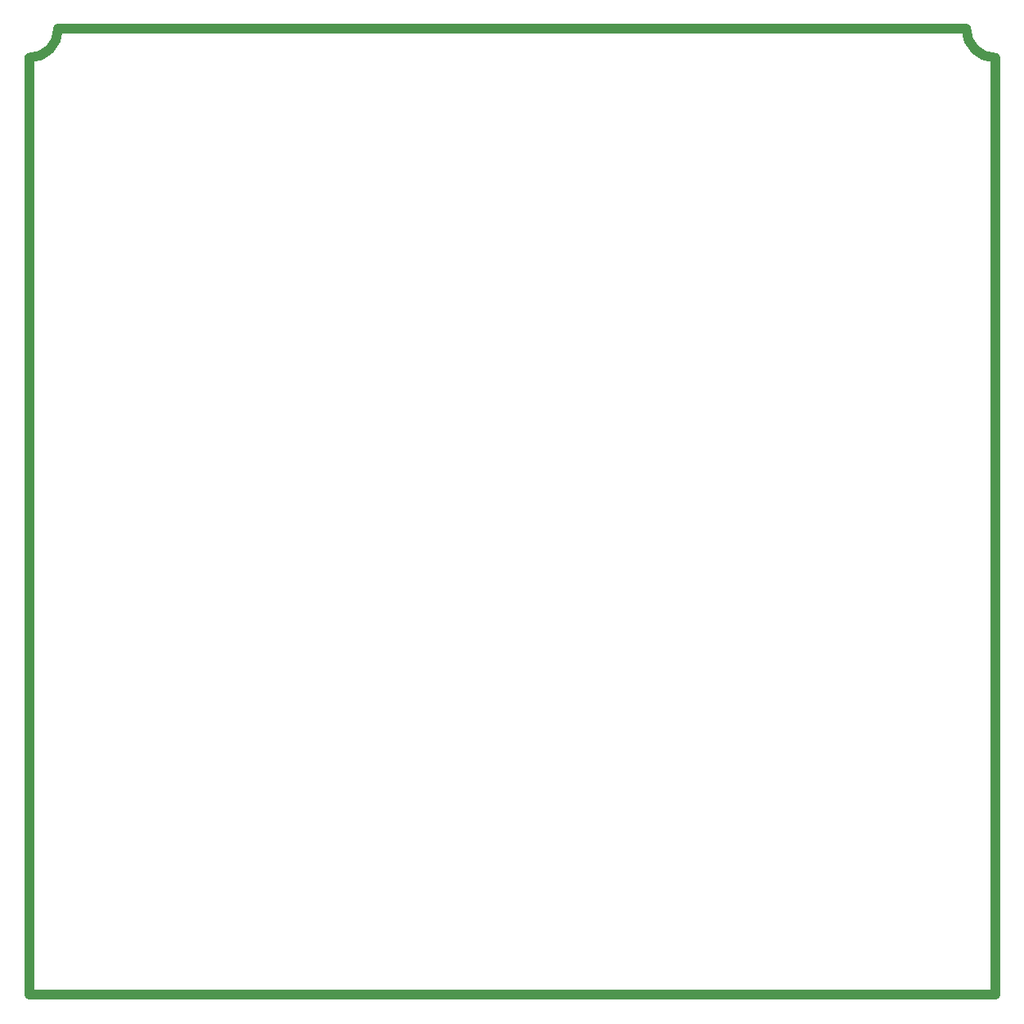
<source format=gbr>
G04 #@! TF.GenerationSoftware,KiCad,Pcbnew,(6.0.0)*
G04 #@! TF.CreationDate,2022-04-14T19:32:56-07:00*
G04 #@! TF.ProjectId,SolenoidController,536f6c65-6e6f-4696-9443-6f6e74726f6c,rev?*
G04 #@! TF.SameCoordinates,Original*
G04 #@! TF.FileFunction,Profile,NP*
%FSLAX46Y46*%
G04 Gerber Fmt 4.6, Leading zero omitted, Abs format (unit mm)*
G04 Created by KiCad (PCBNEW (6.0.0)) date 2022-04-14 19:32:56*
%MOMM*%
%LPD*%
G01*
G04 APERTURE LIST*
G04 #@! TA.AperFunction,Profile*
%ADD10C,1.000000*%
G04 #@! TD*
G04 APERTURE END LIST*
D10*
X50000000Y-150000000D02*
X50000000Y-53000000D01*
X150000000Y-53000000D02*
X150000000Y-150000000D01*
X147000000Y-50000000D02*
X53000000Y-50000000D01*
X147000000Y-50000000D02*
G75*
G03*
X150000000Y-53000000I3000001J1D01*
G01*
X50000000Y-150000000D02*
X150000000Y-150000000D01*
X50000000Y-53000000D02*
G75*
G03*
X53000000Y-50000000I-1J3000001D01*
G01*
M02*

</source>
